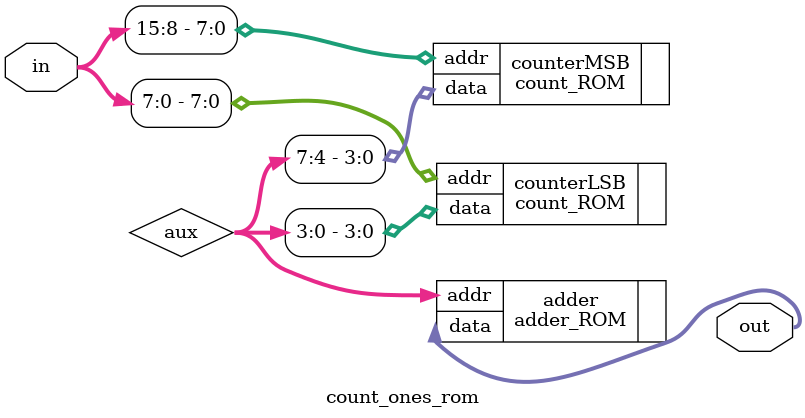
<source format=v>

module count_ones_rom
(
    input	[15:0] in,
    output	[4:0]  out
);

wire [7:0] aux;

// Component to count ones on LSBs Input 
count_ROM counterLSB(
	.addr(in[7:0]),
	.data(aux[3:0])
);
// Component to count ones on MSBs Input
count_ROM counterMSB(
	.addr(in[15:8]),
	.data(aux[7:4])
);
// Component to adder ones's quantity on MSB and LSB Input
adder_ROM adder(
	.addr(aux),
	.data(out)
);

endmodule
</source>
